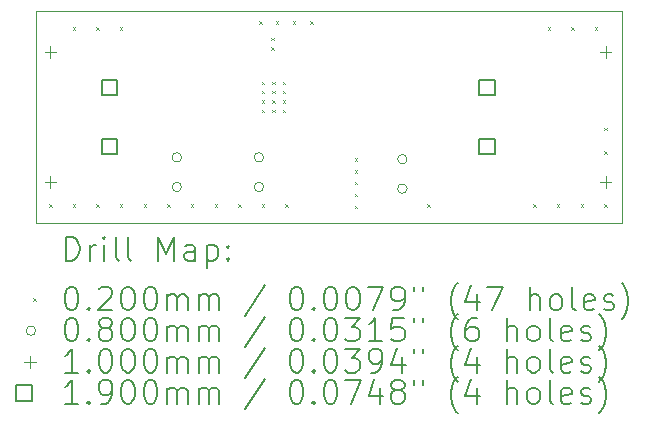
<source format=gbr>
%FSLAX45Y45*%
G04 Gerber Fmt 4.5, Leading zero omitted, Abs format (unit mm)*
G04 Created by KiCad (PCBNEW (5.99.0-10682-g4bb4606811)) date 2021-06-09 14:52:51*
%MOMM*%
%LPD*%
G01*
G04 APERTURE LIST*
%TA.AperFunction,Profile*%
%ADD10C,0.100000*%
%TD*%
%ADD11C,0.200000*%
%ADD12C,0.020000*%
%ADD13C,0.080000*%
%ADD14C,0.100000*%
%ADD15C,0.190000*%
G04 APERTURE END LIST*
D10*
X12830000Y-5900000D02*
X12830000Y-7700000D01*
X12830000Y-7700000D02*
X17790000Y-7700000D01*
X17790000Y-5900000D02*
X17790000Y-7700000D01*
X17790000Y-5900000D02*
X12830000Y-5900000D01*
D11*
D12*
X12940000Y-7540000D02*
X12960000Y-7560000D01*
X12960000Y-7540000D02*
X12940000Y-7560000D01*
X13140000Y-6040000D02*
X13160000Y-6060000D01*
X13160000Y-6040000D02*
X13140000Y-6060000D01*
X13140000Y-7540000D02*
X13160000Y-7560000D01*
X13160000Y-7540000D02*
X13140000Y-7560000D01*
X13340000Y-6040000D02*
X13360000Y-6060000D01*
X13360000Y-6040000D02*
X13340000Y-6060000D01*
X13340000Y-7540000D02*
X13360000Y-7560000D01*
X13360000Y-7540000D02*
X13340000Y-7560000D01*
X13540000Y-6040000D02*
X13560000Y-6060000D01*
X13560000Y-6040000D02*
X13540000Y-6060000D01*
X13540000Y-7540000D02*
X13560000Y-7560000D01*
X13560000Y-7540000D02*
X13540000Y-7560000D01*
X13740000Y-7540000D02*
X13760000Y-7560000D01*
X13760000Y-7540000D02*
X13740000Y-7560000D01*
X13940000Y-7540000D02*
X13960000Y-7560000D01*
X13960000Y-7540000D02*
X13940000Y-7560000D01*
X14140000Y-7540000D02*
X14160000Y-7560000D01*
X14160000Y-7540000D02*
X14140000Y-7560000D01*
X14340000Y-7540000D02*
X14360000Y-7560000D01*
X14360000Y-7540000D02*
X14340000Y-7560000D01*
X14540000Y-7540000D02*
X14560000Y-7560000D01*
X14560000Y-7540000D02*
X14540000Y-7560000D01*
X14720000Y-5990000D02*
X14740000Y-6010000D01*
X14740000Y-5990000D02*
X14720000Y-6010000D01*
X14740000Y-6500000D02*
X14760000Y-6520000D01*
X14760000Y-6500000D02*
X14740000Y-6520000D01*
X14740000Y-6580000D02*
X14760000Y-6600000D01*
X14760000Y-6580000D02*
X14740000Y-6600000D01*
X14740000Y-6660000D02*
X14760000Y-6680000D01*
X14760000Y-6660000D02*
X14740000Y-6680000D01*
X14740000Y-6740000D02*
X14760000Y-6760000D01*
X14760000Y-6740000D02*
X14740000Y-6760000D01*
X14740000Y-7540000D02*
X14760000Y-7560000D01*
X14760000Y-7540000D02*
X14740000Y-7560000D01*
X14820000Y-6130000D02*
X14840000Y-6150000D01*
X14840000Y-6130000D02*
X14820000Y-6150000D01*
X14820000Y-6210000D02*
X14840000Y-6230000D01*
X14840000Y-6210000D02*
X14820000Y-6230000D01*
X14830000Y-6500000D02*
X14850000Y-6520000D01*
X14850000Y-6500000D02*
X14830000Y-6520000D01*
X14830000Y-6580000D02*
X14850000Y-6600000D01*
X14850000Y-6580000D02*
X14830000Y-6600000D01*
X14830000Y-6660000D02*
X14850000Y-6680000D01*
X14850000Y-6660000D02*
X14830000Y-6680000D01*
X14830000Y-6740000D02*
X14850000Y-6760000D01*
X14850000Y-6740000D02*
X14830000Y-6760000D01*
X14860000Y-5990000D02*
X14880000Y-6010000D01*
X14880000Y-5990000D02*
X14860000Y-6010000D01*
X14920000Y-6500000D02*
X14940000Y-6520000D01*
X14940000Y-6500000D02*
X14920000Y-6520000D01*
X14920000Y-6580000D02*
X14940000Y-6600000D01*
X14940000Y-6580000D02*
X14920000Y-6600000D01*
X14920000Y-6660000D02*
X14940000Y-6680000D01*
X14940000Y-6660000D02*
X14920000Y-6680000D01*
X14920000Y-6740000D02*
X14940000Y-6760000D01*
X14940000Y-6740000D02*
X14920000Y-6760000D01*
X14940000Y-7540000D02*
X14960000Y-7560000D01*
X14960000Y-7540000D02*
X14940000Y-7560000D01*
X15000000Y-5990000D02*
X15020000Y-6010000D01*
X15020000Y-5990000D02*
X15000000Y-6010000D01*
X15150000Y-5990000D02*
X15170000Y-6010000D01*
X15170000Y-5990000D02*
X15150000Y-6010000D01*
X15530000Y-7150000D02*
X15550000Y-7170000D01*
X15550000Y-7150000D02*
X15530000Y-7170000D01*
X15530000Y-7250000D02*
X15550000Y-7270000D01*
X15550000Y-7250000D02*
X15530000Y-7270000D01*
X15530000Y-7350000D02*
X15550000Y-7370000D01*
X15550000Y-7350000D02*
X15530000Y-7370000D01*
X15530000Y-7450000D02*
X15550000Y-7470000D01*
X15550000Y-7450000D02*
X15530000Y-7470000D01*
X15530000Y-7550000D02*
X15550000Y-7570000D01*
X15550000Y-7550000D02*
X15530000Y-7570000D01*
X16140000Y-7540000D02*
X16160000Y-7560000D01*
X16160000Y-7540000D02*
X16140000Y-7560000D01*
X17040000Y-7540000D02*
X17060000Y-7560000D01*
X17060000Y-7540000D02*
X17040000Y-7560000D01*
X17160000Y-6040000D02*
X17180000Y-6060000D01*
X17180000Y-6040000D02*
X17160000Y-6060000D01*
X17240000Y-7540000D02*
X17260000Y-7560000D01*
X17260000Y-7540000D02*
X17240000Y-7560000D01*
X17360000Y-6040000D02*
X17380000Y-6060000D01*
X17380000Y-6040000D02*
X17360000Y-6060000D01*
X17440000Y-7540000D02*
X17460000Y-7560000D01*
X17460000Y-7540000D02*
X17440000Y-7560000D01*
X17560000Y-6040000D02*
X17580000Y-6060000D01*
X17580000Y-6040000D02*
X17560000Y-6060000D01*
X17640000Y-6890000D02*
X17660000Y-6910000D01*
X17660000Y-6890000D02*
X17640000Y-6910000D01*
X17640000Y-7090000D02*
X17660000Y-7110000D01*
X17660000Y-7090000D02*
X17640000Y-7110000D01*
X17640000Y-7540000D02*
X17660000Y-7560000D01*
X17660000Y-7540000D02*
X17640000Y-7560000D01*
D13*
X14060000Y-7141762D02*
G75*
G03*
X14060000Y-7141762I-40000J0D01*
G01*
X14060000Y-7391762D02*
G75*
G03*
X14060000Y-7391762I-40000J0D01*
G01*
X14755000Y-7141762D02*
G75*
G03*
X14755000Y-7141762I-40000J0D01*
G01*
X14755000Y-7391762D02*
G75*
G03*
X14755000Y-7391762I-40000J0D01*
G01*
X15970000Y-7156762D02*
G75*
G03*
X15970000Y-7156762I-40000J0D01*
G01*
X15970000Y-7406762D02*
G75*
G03*
X15970000Y-7406762I-40000J0D01*
G01*
D14*
X12950000Y-6200000D02*
X12950000Y-6300000D01*
X12900000Y-6250000D02*
X13000000Y-6250000D01*
X12950000Y-7300000D02*
X12950000Y-7400000D01*
X12900000Y-7350000D02*
X13000000Y-7350000D01*
X17650000Y-6200000D02*
X17650000Y-6300000D01*
X17600000Y-6250000D02*
X17700000Y-6250000D01*
X17650000Y-7300000D02*
X17650000Y-7400000D01*
X17600000Y-7350000D02*
X17700000Y-7350000D01*
D15*
X13517176Y-6617176D02*
X13517176Y-6482824D01*
X13382824Y-6482824D01*
X13382824Y-6617176D01*
X13517176Y-6617176D01*
X13517176Y-7117176D02*
X13517176Y-6982824D01*
X13382824Y-6982824D01*
X13382824Y-7117176D01*
X13517176Y-7117176D01*
X16717176Y-6617176D02*
X16717176Y-6482824D01*
X16582824Y-6482824D01*
X16582824Y-6617176D01*
X16717176Y-6617176D01*
X16717176Y-7117176D02*
X16717176Y-6982824D01*
X16582824Y-6982824D01*
X16582824Y-7117176D01*
X16717176Y-7117176D01*
D11*
X13082619Y-8015476D02*
X13082619Y-7815476D01*
X13130238Y-7815476D01*
X13158809Y-7825000D01*
X13177857Y-7844048D01*
X13187381Y-7863095D01*
X13196905Y-7901190D01*
X13196905Y-7929762D01*
X13187381Y-7967857D01*
X13177857Y-7986905D01*
X13158809Y-8005952D01*
X13130238Y-8015476D01*
X13082619Y-8015476D01*
X13282619Y-8015476D02*
X13282619Y-7882143D01*
X13282619Y-7920238D02*
X13292143Y-7901190D01*
X13301667Y-7891667D01*
X13320714Y-7882143D01*
X13339762Y-7882143D01*
X13406428Y-8015476D02*
X13406428Y-7882143D01*
X13406428Y-7815476D02*
X13396905Y-7825000D01*
X13406428Y-7834524D01*
X13415952Y-7825000D01*
X13406428Y-7815476D01*
X13406428Y-7834524D01*
X13530238Y-8015476D02*
X13511190Y-8005952D01*
X13501667Y-7986905D01*
X13501667Y-7815476D01*
X13635000Y-8015476D02*
X13615952Y-8005952D01*
X13606428Y-7986905D01*
X13606428Y-7815476D01*
X13863571Y-8015476D02*
X13863571Y-7815476D01*
X13930238Y-7958333D01*
X13996905Y-7815476D01*
X13996905Y-8015476D01*
X14177857Y-8015476D02*
X14177857Y-7910714D01*
X14168333Y-7891667D01*
X14149286Y-7882143D01*
X14111190Y-7882143D01*
X14092143Y-7891667D01*
X14177857Y-8005952D02*
X14158809Y-8015476D01*
X14111190Y-8015476D01*
X14092143Y-8005952D01*
X14082619Y-7986905D01*
X14082619Y-7967857D01*
X14092143Y-7948809D01*
X14111190Y-7939286D01*
X14158809Y-7939286D01*
X14177857Y-7929762D01*
X14273095Y-7882143D02*
X14273095Y-8082143D01*
X14273095Y-7891667D02*
X14292143Y-7882143D01*
X14330238Y-7882143D01*
X14349286Y-7891667D01*
X14358809Y-7901190D01*
X14368333Y-7920238D01*
X14368333Y-7977381D01*
X14358809Y-7996428D01*
X14349286Y-8005952D01*
X14330238Y-8015476D01*
X14292143Y-8015476D01*
X14273095Y-8005952D01*
X14454048Y-7996428D02*
X14463571Y-8005952D01*
X14454048Y-8015476D01*
X14444524Y-8005952D01*
X14454048Y-7996428D01*
X14454048Y-8015476D01*
X14454048Y-7891667D02*
X14463571Y-7901190D01*
X14454048Y-7910714D01*
X14444524Y-7901190D01*
X14454048Y-7891667D01*
X14454048Y-7910714D01*
D12*
X12805000Y-8335000D02*
X12825000Y-8355000D01*
X12825000Y-8335000D02*
X12805000Y-8355000D01*
D11*
X13120714Y-8235476D02*
X13139762Y-8235476D01*
X13158809Y-8245000D01*
X13168333Y-8254524D01*
X13177857Y-8273571D01*
X13187381Y-8311667D01*
X13187381Y-8359286D01*
X13177857Y-8397381D01*
X13168333Y-8416429D01*
X13158809Y-8425952D01*
X13139762Y-8435476D01*
X13120714Y-8435476D01*
X13101667Y-8425952D01*
X13092143Y-8416429D01*
X13082619Y-8397381D01*
X13073095Y-8359286D01*
X13073095Y-8311667D01*
X13082619Y-8273571D01*
X13092143Y-8254524D01*
X13101667Y-8245000D01*
X13120714Y-8235476D01*
X13273095Y-8416429D02*
X13282619Y-8425952D01*
X13273095Y-8435476D01*
X13263571Y-8425952D01*
X13273095Y-8416429D01*
X13273095Y-8435476D01*
X13358809Y-8254524D02*
X13368333Y-8245000D01*
X13387381Y-8235476D01*
X13435000Y-8235476D01*
X13454048Y-8245000D01*
X13463571Y-8254524D01*
X13473095Y-8273571D01*
X13473095Y-8292619D01*
X13463571Y-8321190D01*
X13349286Y-8435476D01*
X13473095Y-8435476D01*
X13596905Y-8235476D02*
X13615952Y-8235476D01*
X13635000Y-8245000D01*
X13644524Y-8254524D01*
X13654048Y-8273571D01*
X13663571Y-8311667D01*
X13663571Y-8359286D01*
X13654048Y-8397381D01*
X13644524Y-8416429D01*
X13635000Y-8425952D01*
X13615952Y-8435476D01*
X13596905Y-8435476D01*
X13577857Y-8425952D01*
X13568333Y-8416429D01*
X13558809Y-8397381D01*
X13549286Y-8359286D01*
X13549286Y-8311667D01*
X13558809Y-8273571D01*
X13568333Y-8254524D01*
X13577857Y-8245000D01*
X13596905Y-8235476D01*
X13787381Y-8235476D02*
X13806428Y-8235476D01*
X13825476Y-8245000D01*
X13835000Y-8254524D01*
X13844524Y-8273571D01*
X13854048Y-8311667D01*
X13854048Y-8359286D01*
X13844524Y-8397381D01*
X13835000Y-8416429D01*
X13825476Y-8425952D01*
X13806428Y-8435476D01*
X13787381Y-8435476D01*
X13768333Y-8425952D01*
X13758809Y-8416429D01*
X13749286Y-8397381D01*
X13739762Y-8359286D01*
X13739762Y-8311667D01*
X13749286Y-8273571D01*
X13758809Y-8254524D01*
X13768333Y-8245000D01*
X13787381Y-8235476D01*
X13939762Y-8435476D02*
X13939762Y-8302143D01*
X13939762Y-8321190D02*
X13949286Y-8311667D01*
X13968333Y-8302143D01*
X13996905Y-8302143D01*
X14015952Y-8311667D01*
X14025476Y-8330714D01*
X14025476Y-8435476D01*
X14025476Y-8330714D02*
X14035000Y-8311667D01*
X14054048Y-8302143D01*
X14082619Y-8302143D01*
X14101667Y-8311667D01*
X14111190Y-8330714D01*
X14111190Y-8435476D01*
X14206428Y-8435476D02*
X14206428Y-8302143D01*
X14206428Y-8321190D02*
X14215952Y-8311667D01*
X14235000Y-8302143D01*
X14263571Y-8302143D01*
X14282619Y-8311667D01*
X14292143Y-8330714D01*
X14292143Y-8435476D01*
X14292143Y-8330714D02*
X14301667Y-8311667D01*
X14320714Y-8302143D01*
X14349286Y-8302143D01*
X14368333Y-8311667D01*
X14377857Y-8330714D01*
X14377857Y-8435476D01*
X14768333Y-8225952D02*
X14596905Y-8483095D01*
X15025476Y-8235476D02*
X15044524Y-8235476D01*
X15063571Y-8245000D01*
X15073095Y-8254524D01*
X15082619Y-8273571D01*
X15092143Y-8311667D01*
X15092143Y-8359286D01*
X15082619Y-8397381D01*
X15073095Y-8416429D01*
X15063571Y-8425952D01*
X15044524Y-8435476D01*
X15025476Y-8435476D01*
X15006428Y-8425952D01*
X14996905Y-8416429D01*
X14987381Y-8397381D01*
X14977857Y-8359286D01*
X14977857Y-8311667D01*
X14987381Y-8273571D01*
X14996905Y-8254524D01*
X15006428Y-8245000D01*
X15025476Y-8235476D01*
X15177857Y-8416429D02*
X15187381Y-8425952D01*
X15177857Y-8435476D01*
X15168333Y-8425952D01*
X15177857Y-8416429D01*
X15177857Y-8435476D01*
X15311190Y-8235476D02*
X15330238Y-8235476D01*
X15349286Y-8245000D01*
X15358809Y-8254524D01*
X15368333Y-8273571D01*
X15377857Y-8311667D01*
X15377857Y-8359286D01*
X15368333Y-8397381D01*
X15358809Y-8416429D01*
X15349286Y-8425952D01*
X15330238Y-8435476D01*
X15311190Y-8435476D01*
X15292143Y-8425952D01*
X15282619Y-8416429D01*
X15273095Y-8397381D01*
X15263571Y-8359286D01*
X15263571Y-8311667D01*
X15273095Y-8273571D01*
X15282619Y-8254524D01*
X15292143Y-8245000D01*
X15311190Y-8235476D01*
X15501667Y-8235476D02*
X15520714Y-8235476D01*
X15539762Y-8245000D01*
X15549286Y-8254524D01*
X15558809Y-8273571D01*
X15568333Y-8311667D01*
X15568333Y-8359286D01*
X15558809Y-8397381D01*
X15549286Y-8416429D01*
X15539762Y-8425952D01*
X15520714Y-8435476D01*
X15501667Y-8435476D01*
X15482619Y-8425952D01*
X15473095Y-8416429D01*
X15463571Y-8397381D01*
X15454048Y-8359286D01*
X15454048Y-8311667D01*
X15463571Y-8273571D01*
X15473095Y-8254524D01*
X15482619Y-8245000D01*
X15501667Y-8235476D01*
X15635000Y-8235476D02*
X15768333Y-8235476D01*
X15682619Y-8435476D01*
X15854048Y-8435476D02*
X15892143Y-8435476D01*
X15911190Y-8425952D01*
X15920714Y-8416429D01*
X15939762Y-8387857D01*
X15949286Y-8349762D01*
X15949286Y-8273571D01*
X15939762Y-8254524D01*
X15930238Y-8245000D01*
X15911190Y-8235476D01*
X15873095Y-8235476D01*
X15854048Y-8245000D01*
X15844524Y-8254524D01*
X15835000Y-8273571D01*
X15835000Y-8321190D01*
X15844524Y-8340238D01*
X15854048Y-8349762D01*
X15873095Y-8359286D01*
X15911190Y-8359286D01*
X15930238Y-8349762D01*
X15939762Y-8340238D01*
X15949286Y-8321190D01*
X16025476Y-8235476D02*
X16025476Y-8273571D01*
X16101667Y-8235476D02*
X16101667Y-8273571D01*
X16396905Y-8511667D02*
X16387381Y-8502143D01*
X16368333Y-8473571D01*
X16358809Y-8454524D01*
X16349286Y-8425952D01*
X16339762Y-8378333D01*
X16339762Y-8340238D01*
X16349286Y-8292619D01*
X16358809Y-8264048D01*
X16368333Y-8245000D01*
X16387381Y-8216428D01*
X16396905Y-8206905D01*
X16558809Y-8302143D02*
X16558809Y-8435476D01*
X16511190Y-8225952D02*
X16463571Y-8368809D01*
X16587381Y-8368809D01*
X16644524Y-8235476D02*
X16777857Y-8235476D01*
X16692143Y-8435476D01*
X17006429Y-8435476D02*
X17006429Y-8235476D01*
X17092143Y-8435476D02*
X17092143Y-8330714D01*
X17082619Y-8311667D01*
X17063571Y-8302143D01*
X17035000Y-8302143D01*
X17015952Y-8311667D01*
X17006429Y-8321190D01*
X17215952Y-8435476D02*
X17196905Y-8425952D01*
X17187381Y-8416429D01*
X17177857Y-8397381D01*
X17177857Y-8340238D01*
X17187381Y-8321190D01*
X17196905Y-8311667D01*
X17215952Y-8302143D01*
X17244524Y-8302143D01*
X17263571Y-8311667D01*
X17273095Y-8321190D01*
X17282619Y-8340238D01*
X17282619Y-8397381D01*
X17273095Y-8416429D01*
X17263571Y-8425952D01*
X17244524Y-8435476D01*
X17215952Y-8435476D01*
X17396905Y-8435476D02*
X17377857Y-8425952D01*
X17368333Y-8406905D01*
X17368333Y-8235476D01*
X17549286Y-8425952D02*
X17530238Y-8435476D01*
X17492143Y-8435476D01*
X17473095Y-8425952D01*
X17463571Y-8406905D01*
X17463571Y-8330714D01*
X17473095Y-8311667D01*
X17492143Y-8302143D01*
X17530238Y-8302143D01*
X17549286Y-8311667D01*
X17558810Y-8330714D01*
X17558810Y-8349762D01*
X17463571Y-8368809D01*
X17635000Y-8425952D02*
X17654048Y-8435476D01*
X17692143Y-8435476D01*
X17711190Y-8425952D01*
X17720714Y-8406905D01*
X17720714Y-8397381D01*
X17711190Y-8378333D01*
X17692143Y-8368809D01*
X17663571Y-8368809D01*
X17644524Y-8359286D01*
X17635000Y-8340238D01*
X17635000Y-8330714D01*
X17644524Y-8311667D01*
X17663571Y-8302143D01*
X17692143Y-8302143D01*
X17711190Y-8311667D01*
X17787381Y-8511667D02*
X17796905Y-8502143D01*
X17815952Y-8473571D01*
X17825476Y-8454524D01*
X17835000Y-8425952D01*
X17844524Y-8378333D01*
X17844524Y-8340238D01*
X17835000Y-8292619D01*
X17825476Y-8264048D01*
X17815952Y-8245000D01*
X17796905Y-8216428D01*
X17787381Y-8206905D01*
D13*
X12825000Y-8609000D02*
G75*
G03*
X12825000Y-8609000I-40000J0D01*
G01*
D11*
X13120714Y-8499476D02*
X13139762Y-8499476D01*
X13158809Y-8509000D01*
X13168333Y-8518524D01*
X13177857Y-8537571D01*
X13187381Y-8575667D01*
X13187381Y-8623286D01*
X13177857Y-8661381D01*
X13168333Y-8680429D01*
X13158809Y-8689952D01*
X13139762Y-8699476D01*
X13120714Y-8699476D01*
X13101667Y-8689952D01*
X13092143Y-8680429D01*
X13082619Y-8661381D01*
X13073095Y-8623286D01*
X13073095Y-8575667D01*
X13082619Y-8537571D01*
X13092143Y-8518524D01*
X13101667Y-8509000D01*
X13120714Y-8499476D01*
X13273095Y-8680429D02*
X13282619Y-8689952D01*
X13273095Y-8699476D01*
X13263571Y-8689952D01*
X13273095Y-8680429D01*
X13273095Y-8699476D01*
X13396905Y-8585190D02*
X13377857Y-8575667D01*
X13368333Y-8566143D01*
X13358809Y-8547095D01*
X13358809Y-8537571D01*
X13368333Y-8518524D01*
X13377857Y-8509000D01*
X13396905Y-8499476D01*
X13435000Y-8499476D01*
X13454048Y-8509000D01*
X13463571Y-8518524D01*
X13473095Y-8537571D01*
X13473095Y-8547095D01*
X13463571Y-8566143D01*
X13454048Y-8575667D01*
X13435000Y-8585190D01*
X13396905Y-8585190D01*
X13377857Y-8594714D01*
X13368333Y-8604238D01*
X13358809Y-8623286D01*
X13358809Y-8661381D01*
X13368333Y-8680429D01*
X13377857Y-8689952D01*
X13396905Y-8699476D01*
X13435000Y-8699476D01*
X13454048Y-8689952D01*
X13463571Y-8680429D01*
X13473095Y-8661381D01*
X13473095Y-8623286D01*
X13463571Y-8604238D01*
X13454048Y-8594714D01*
X13435000Y-8585190D01*
X13596905Y-8499476D02*
X13615952Y-8499476D01*
X13635000Y-8509000D01*
X13644524Y-8518524D01*
X13654048Y-8537571D01*
X13663571Y-8575667D01*
X13663571Y-8623286D01*
X13654048Y-8661381D01*
X13644524Y-8680429D01*
X13635000Y-8689952D01*
X13615952Y-8699476D01*
X13596905Y-8699476D01*
X13577857Y-8689952D01*
X13568333Y-8680429D01*
X13558809Y-8661381D01*
X13549286Y-8623286D01*
X13549286Y-8575667D01*
X13558809Y-8537571D01*
X13568333Y-8518524D01*
X13577857Y-8509000D01*
X13596905Y-8499476D01*
X13787381Y-8499476D02*
X13806428Y-8499476D01*
X13825476Y-8509000D01*
X13835000Y-8518524D01*
X13844524Y-8537571D01*
X13854048Y-8575667D01*
X13854048Y-8623286D01*
X13844524Y-8661381D01*
X13835000Y-8680429D01*
X13825476Y-8689952D01*
X13806428Y-8699476D01*
X13787381Y-8699476D01*
X13768333Y-8689952D01*
X13758809Y-8680429D01*
X13749286Y-8661381D01*
X13739762Y-8623286D01*
X13739762Y-8575667D01*
X13749286Y-8537571D01*
X13758809Y-8518524D01*
X13768333Y-8509000D01*
X13787381Y-8499476D01*
X13939762Y-8699476D02*
X13939762Y-8566143D01*
X13939762Y-8585190D02*
X13949286Y-8575667D01*
X13968333Y-8566143D01*
X13996905Y-8566143D01*
X14015952Y-8575667D01*
X14025476Y-8594714D01*
X14025476Y-8699476D01*
X14025476Y-8594714D02*
X14035000Y-8575667D01*
X14054048Y-8566143D01*
X14082619Y-8566143D01*
X14101667Y-8575667D01*
X14111190Y-8594714D01*
X14111190Y-8699476D01*
X14206428Y-8699476D02*
X14206428Y-8566143D01*
X14206428Y-8585190D02*
X14215952Y-8575667D01*
X14235000Y-8566143D01*
X14263571Y-8566143D01*
X14282619Y-8575667D01*
X14292143Y-8594714D01*
X14292143Y-8699476D01*
X14292143Y-8594714D02*
X14301667Y-8575667D01*
X14320714Y-8566143D01*
X14349286Y-8566143D01*
X14368333Y-8575667D01*
X14377857Y-8594714D01*
X14377857Y-8699476D01*
X14768333Y-8489952D02*
X14596905Y-8747095D01*
X15025476Y-8499476D02*
X15044524Y-8499476D01*
X15063571Y-8509000D01*
X15073095Y-8518524D01*
X15082619Y-8537571D01*
X15092143Y-8575667D01*
X15092143Y-8623286D01*
X15082619Y-8661381D01*
X15073095Y-8680429D01*
X15063571Y-8689952D01*
X15044524Y-8699476D01*
X15025476Y-8699476D01*
X15006428Y-8689952D01*
X14996905Y-8680429D01*
X14987381Y-8661381D01*
X14977857Y-8623286D01*
X14977857Y-8575667D01*
X14987381Y-8537571D01*
X14996905Y-8518524D01*
X15006428Y-8509000D01*
X15025476Y-8499476D01*
X15177857Y-8680429D02*
X15187381Y-8689952D01*
X15177857Y-8699476D01*
X15168333Y-8689952D01*
X15177857Y-8680429D01*
X15177857Y-8699476D01*
X15311190Y-8499476D02*
X15330238Y-8499476D01*
X15349286Y-8509000D01*
X15358809Y-8518524D01*
X15368333Y-8537571D01*
X15377857Y-8575667D01*
X15377857Y-8623286D01*
X15368333Y-8661381D01*
X15358809Y-8680429D01*
X15349286Y-8689952D01*
X15330238Y-8699476D01*
X15311190Y-8699476D01*
X15292143Y-8689952D01*
X15282619Y-8680429D01*
X15273095Y-8661381D01*
X15263571Y-8623286D01*
X15263571Y-8575667D01*
X15273095Y-8537571D01*
X15282619Y-8518524D01*
X15292143Y-8509000D01*
X15311190Y-8499476D01*
X15444524Y-8499476D02*
X15568333Y-8499476D01*
X15501667Y-8575667D01*
X15530238Y-8575667D01*
X15549286Y-8585190D01*
X15558809Y-8594714D01*
X15568333Y-8613762D01*
X15568333Y-8661381D01*
X15558809Y-8680429D01*
X15549286Y-8689952D01*
X15530238Y-8699476D01*
X15473095Y-8699476D01*
X15454048Y-8689952D01*
X15444524Y-8680429D01*
X15758809Y-8699476D02*
X15644524Y-8699476D01*
X15701667Y-8699476D02*
X15701667Y-8499476D01*
X15682619Y-8528048D01*
X15663571Y-8547095D01*
X15644524Y-8556619D01*
X15939762Y-8499476D02*
X15844524Y-8499476D01*
X15835000Y-8594714D01*
X15844524Y-8585190D01*
X15863571Y-8575667D01*
X15911190Y-8575667D01*
X15930238Y-8585190D01*
X15939762Y-8594714D01*
X15949286Y-8613762D01*
X15949286Y-8661381D01*
X15939762Y-8680429D01*
X15930238Y-8689952D01*
X15911190Y-8699476D01*
X15863571Y-8699476D01*
X15844524Y-8689952D01*
X15835000Y-8680429D01*
X16025476Y-8499476D02*
X16025476Y-8537571D01*
X16101667Y-8499476D02*
X16101667Y-8537571D01*
X16396905Y-8775667D02*
X16387381Y-8766143D01*
X16368333Y-8737571D01*
X16358809Y-8718524D01*
X16349286Y-8689952D01*
X16339762Y-8642333D01*
X16339762Y-8604238D01*
X16349286Y-8556619D01*
X16358809Y-8528048D01*
X16368333Y-8509000D01*
X16387381Y-8480429D01*
X16396905Y-8470905D01*
X16558809Y-8499476D02*
X16520714Y-8499476D01*
X16501667Y-8509000D01*
X16492143Y-8518524D01*
X16473095Y-8547095D01*
X16463571Y-8585190D01*
X16463571Y-8661381D01*
X16473095Y-8680429D01*
X16482619Y-8689952D01*
X16501667Y-8699476D01*
X16539762Y-8699476D01*
X16558809Y-8689952D01*
X16568333Y-8680429D01*
X16577857Y-8661381D01*
X16577857Y-8613762D01*
X16568333Y-8594714D01*
X16558809Y-8585190D01*
X16539762Y-8575667D01*
X16501667Y-8575667D01*
X16482619Y-8585190D01*
X16473095Y-8594714D01*
X16463571Y-8613762D01*
X16815952Y-8699476D02*
X16815952Y-8499476D01*
X16901667Y-8699476D02*
X16901667Y-8594714D01*
X16892143Y-8575667D01*
X16873095Y-8566143D01*
X16844524Y-8566143D01*
X16825476Y-8575667D01*
X16815952Y-8585190D01*
X17025476Y-8699476D02*
X17006429Y-8689952D01*
X16996905Y-8680429D01*
X16987381Y-8661381D01*
X16987381Y-8604238D01*
X16996905Y-8585190D01*
X17006429Y-8575667D01*
X17025476Y-8566143D01*
X17054048Y-8566143D01*
X17073095Y-8575667D01*
X17082619Y-8585190D01*
X17092143Y-8604238D01*
X17092143Y-8661381D01*
X17082619Y-8680429D01*
X17073095Y-8689952D01*
X17054048Y-8699476D01*
X17025476Y-8699476D01*
X17206429Y-8699476D02*
X17187381Y-8689952D01*
X17177857Y-8670905D01*
X17177857Y-8499476D01*
X17358810Y-8689952D02*
X17339762Y-8699476D01*
X17301667Y-8699476D01*
X17282619Y-8689952D01*
X17273095Y-8670905D01*
X17273095Y-8594714D01*
X17282619Y-8575667D01*
X17301667Y-8566143D01*
X17339762Y-8566143D01*
X17358810Y-8575667D01*
X17368333Y-8594714D01*
X17368333Y-8613762D01*
X17273095Y-8632810D01*
X17444524Y-8689952D02*
X17463571Y-8699476D01*
X17501667Y-8699476D01*
X17520714Y-8689952D01*
X17530238Y-8670905D01*
X17530238Y-8661381D01*
X17520714Y-8642333D01*
X17501667Y-8632810D01*
X17473095Y-8632810D01*
X17454048Y-8623286D01*
X17444524Y-8604238D01*
X17444524Y-8594714D01*
X17454048Y-8575667D01*
X17473095Y-8566143D01*
X17501667Y-8566143D01*
X17520714Y-8575667D01*
X17596905Y-8775667D02*
X17606429Y-8766143D01*
X17625476Y-8737571D01*
X17635000Y-8718524D01*
X17644524Y-8689952D01*
X17654048Y-8642333D01*
X17654048Y-8604238D01*
X17644524Y-8556619D01*
X17635000Y-8528048D01*
X17625476Y-8509000D01*
X17606429Y-8480429D01*
X17596905Y-8470905D01*
D14*
X12775000Y-8823000D02*
X12775000Y-8923000D01*
X12725000Y-8873000D02*
X12825000Y-8873000D01*
D11*
X13187381Y-8963476D02*
X13073095Y-8963476D01*
X13130238Y-8963476D02*
X13130238Y-8763476D01*
X13111190Y-8792048D01*
X13092143Y-8811095D01*
X13073095Y-8820619D01*
X13273095Y-8944429D02*
X13282619Y-8953952D01*
X13273095Y-8963476D01*
X13263571Y-8953952D01*
X13273095Y-8944429D01*
X13273095Y-8963476D01*
X13406428Y-8763476D02*
X13425476Y-8763476D01*
X13444524Y-8773000D01*
X13454048Y-8782524D01*
X13463571Y-8801571D01*
X13473095Y-8839667D01*
X13473095Y-8887286D01*
X13463571Y-8925381D01*
X13454048Y-8944429D01*
X13444524Y-8953952D01*
X13425476Y-8963476D01*
X13406428Y-8963476D01*
X13387381Y-8953952D01*
X13377857Y-8944429D01*
X13368333Y-8925381D01*
X13358809Y-8887286D01*
X13358809Y-8839667D01*
X13368333Y-8801571D01*
X13377857Y-8782524D01*
X13387381Y-8773000D01*
X13406428Y-8763476D01*
X13596905Y-8763476D02*
X13615952Y-8763476D01*
X13635000Y-8773000D01*
X13644524Y-8782524D01*
X13654048Y-8801571D01*
X13663571Y-8839667D01*
X13663571Y-8887286D01*
X13654048Y-8925381D01*
X13644524Y-8944429D01*
X13635000Y-8953952D01*
X13615952Y-8963476D01*
X13596905Y-8963476D01*
X13577857Y-8953952D01*
X13568333Y-8944429D01*
X13558809Y-8925381D01*
X13549286Y-8887286D01*
X13549286Y-8839667D01*
X13558809Y-8801571D01*
X13568333Y-8782524D01*
X13577857Y-8773000D01*
X13596905Y-8763476D01*
X13787381Y-8763476D02*
X13806428Y-8763476D01*
X13825476Y-8773000D01*
X13835000Y-8782524D01*
X13844524Y-8801571D01*
X13854048Y-8839667D01*
X13854048Y-8887286D01*
X13844524Y-8925381D01*
X13835000Y-8944429D01*
X13825476Y-8953952D01*
X13806428Y-8963476D01*
X13787381Y-8963476D01*
X13768333Y-8953952D01*
X13758809Y-8944429D01*
X13749286Y-8925381D01*
X13739762Y-8887286D01*
X13739762Y-8839667D01*
X13749286Y-8801571D01*
X13758809Y-8782524D01*
X13768333Y-8773000D01*
X13787381Y-8763476D01*
X13939762Y-8963476D02*
X13939762Y-8830143D01*
X13939762Y-8849190D02*
X13949286Y-8839667D01*
X13968333Y-8830143D01*
X13996905Y-8830143D01*
X14015952Y-8839667D01*
X14025476Y-8858714D01*
X14025476Y-8963476D01*
X14025476Y-8858714D02*
X14035000Y-8839667D01*
X14054048Y-8830143D01*
X14082619Y-8830143D01*
X14101667Y-8839667D01*
X14111190Y-8858714D01*
X14111190Y-8963476D01*
X14206428Y-8963476D02*
X14206428Y-8830143D01*
X14206428Y-8849190D02*
X14215952Y-8839667D01*
X14235000Y-8830143D01*
X14263571Y-8830143D01*
X14282619Y-8839667D01*
X14292143Y-8858714D01*
X14292143Y-8963476D01*
X14292143Y-8858714D02*
X14301667Y-8839667D01*
X14320714Y-8830143D01*
X14349286Y-8830143D01*
X14368333Y-8839667D01*
X14377857Y-8858714D01*
X14377857Y-8963476D01*
X14768333Y-8753952D02*
X14596905Y-9011095D01*
X15025476Y-8763476D02*
X15044524Y-8763476D01*
X15063571Y-8773000D01*
X15073095Y-8782524D01*
X15082619Y-8801571D01*
X15092143Y-8839667D01*
X15092143Y-8887286D01*
X15082619Y-8925381D01*
X15073095Y-8944429D01*
X15063571Y-8953952D01*
X15044524Y-8963476D01*
X15025476Y-8963476D01*
X15006428Y-8953952D01*
X14996905Y-8944429D01*
X14987381Y-8925381D01*
X14977857Y-8887286D01*
X14977857Y-8839667D01*
X14987381Y-8801571D01*
X14996905Y-8782524D01*
X15006428Y-8773000D01*
X15025476Y-8763476D01*
X15177857Y-8944429D02*
X15187381Y-8953952D01*
X15177857Y-8963476D01*
X15168333Y-8953952D01*
X15177857Y-8944429D01*
X15177857Y-8963476D01*
X15311190Y-8763476D02*
X15330238Y-8763476D01*
X15349286Y-8773000D01*
X15358809Y-8782524D01*
X15368333Y-8801571D01*
X15377857Y-8839667D01*
X15377857Y-8887286D01*
X15368333Y-8925381D01*
X15358809Y-8944429D01*
X15349286Y-8953952D01*
X15330238Y-8963476D01*
X15311190Y-8963476D01*
X15292143Y-8953952D01*
X15282619Y-8944429D01*
X15273095Y-8925381D01*
X15263571Y-8887286D01*
X15263571Y-8839667D01*
X15273095Y-8801571D01*
X15282619Y-8782524D01*
X15292143Y-8773000D01*
X15311190Y-8763476D01*
X15444524Y-8763476D02*
X15568333Y-8763476D01*
X15501667Y-8839667D01*
X15530238Y-8839667D01*
X15549286Y-8849190D01*
X15558809Y-8858714D01*
X15568333Y-8877762D01*
X15568333Y-8925381D01*
X15558809Y-8944429D01*
X15549286Y-8953952D01*
X15530238Y-8963476D01*
X15473095Y-8963476D01*
X15454048Y-8953952D01*
X15444524Y-8944429D01*
X15663571Y-8963476D02*
X15701667Y-8963476D01*
X15720714Y-8953952D01*
X15730238Y-8944429D01*
X15749286Y-8915857D01*
X15758809Y-8877762D01*
X15758809Y-8801571D01*
X15749286Y-8782524D01*
X15739762Y-8773000D01*
X15720714Y-8763476D01*
X15682619Y-8763476D01*
X15663571Y-8773000D01*
X15654048Y-8782524D01*
X15644524Y-8801571D01*
X15644524Y-8849190D01*
X15654048Y-8868238D01*
X15663571Y-8877762D01*
X15682619Y-8887286D01*
X15720714Y-8887286D01*
X15739762Y-8877762D01*
X15749286Y-8868238D01*
X15758809Y-8849190D01*
X15930238Y-8830143D02*
X15930238Y-8963476D01*
X15882619Y-8753952D02*
X15835000Y-8896810D01*
X15958809Y-8896810D01*
X16025476Y-8763476D02*
X16025476Y-8801571D01*
X16101667Y-8763476D02*
X16101667Y-8801571D01*
X16396905Y-9039667D02*
X16387381Y-9030143D01*
X16368333Y-9001571D01*
X16358809Y-8982524D01*
X16349286Y-8953952D01*
X16339762Y-8906333D01*
X16339762Y-8868238D01*
X16349286Y-8820619D01*
X16358809Y-8792048D01*
X16368333Y-8773000D01*
X16387381Y-8744429D01*
X16396905Y-8734905D01*
X16558809Y-8830143D02*
X16558809Y-8963476D01*
X16511190Y-8753952D02*
X16463571Y-8896810D01*
X16587381Y-8896810D01*
X16815952Y-8963476D02*
X16815952Y-8763476D01*
X16901667Y-8963476D02*
X16901667Y-8858714D01*
X16892143Y-8839667D01*
X16873095Y-8830143D01*
X16844524Y-8830143D01*
X16825476Y-8839667D01*
X16815952Y-8849190D01*
X17025476Y-8963476D02*
X17006429Y-8953952D01*
X16996905Y-8944429D01*
X16987381Y-8925381D01*
X16987381Y-8868238D01*
X16996905Y-8849190D01*
X17006429Y-8839667D01*
X17025476Y-8830143D01*
X17054048Y-8830143D01*
X17073095Y-8839667D01*
X17082619Y-8849190D01*
X17092143Y-8868238D01*
X17092143Y-8925381D01*
X17082619Y-8944429D01*
X17073095Y-8953952D01*
X17054048Y-8963476D01*
X17025476Y-8963476D01*
X17206429Y-8963476D02*
X17187381Y-8953952D01*
X17177857Y-8934905D01*
X17177857Y-8763476D01*
X17358810Y-8953952D02*
X17339762Y-8963476D01*
X17301667Y-8963476D01*
X17282619Y-8953952D01*
X17273095Y-8934905D01*
X17273095Y-8858714D01*
X17282619Y-8839667D01*
X17301667Y-8830143D01*
X17339762Y-8830143D01*
X17358810Y-8839667D01*
X17368333Y-8858714D01*
X17368333Y-8877762D01*
X17273095Y-8896810D01*
X17444524Y-8953952D02*
X17463571Y-8963476D01*
X17501667Y-8963476D01*
X17520714Y-8953952D01*
X17530238Y-8934905D01*
X17530238Y-8925381D01*
X17520714Y-8906333D01*
X17501667Y-8896810D01*
X17473095Y-8896810D01*
X17454048Y-8887286D01*
X17444524Y-8868238D01*
X17444524Y-8858714D01*
X17454048Y-8839667D01*
X17473095Y-8830143D01*
X17501667Y-8830143D01*
X17520714Y-8839667D01*
X17596905Y-9039667D02*
X17606429Y-9030143D01*
X17625476Y-9001571D01*
X17635000Y-8982524D01*
X17644524Y-8953952D01*
X17654048Y-8906333D01*
X17654048Y-8868238D01*
X17644524Y-8820619D01*
X17635000Y-8792048D01*
X17625476Y-8773000D01*
X17606429Y-8744429D01*
X17596905Y-8734905D01*
D15*
X12797176Y-9204176D02*
X12797176Y-9069824D01*
X12662824Y-9069824D01*
X12662824Y-9204176D01*
X12797176Y-9204176D01*
D11*
X13187381Y-9227476D02*
X13073095Y-9227476D01*
X13130238Y-9227476D02*
X13130238Y-9027476D01*
X13111190Y-9056048D01*
X13092143Y-9075095D01*
X13073095Y-9084619D01*
X13273095Y-9208429D02*
X13282619Y-9217952D01*
X13273095Y-9227476D01*
X13263571Y-9217952D01*
X13273095Y-9208429D01*
X13273095Y-9227476D01*
X13377857Y-9227476D02*
X13415952Y-9227476D01*
X13435000Y-9217952D01*
X13444524Y-9208429D01*
X13463571Y-9179857D01*
X13473095Y-9141762D01*
X13473095Y-9065571D01*
X13463571Y-9046524D01*
X13454048Y-9037000D01*
X13435000Y-9027476D01*
X13396905Y-9027476D01*
X13377857Y-9037000D01*
X13368333Y-9046524D01*
X13358809Y-9065571D01*
X13358809Y-9113190D01*
X13368333Y-9132238D01*
X13377857Y-9141762D01*
X13396905Y-9151286D01*
X13435000Y-9151286D01*
X13454048Y-9141762D01*
X13463571Y-9132238D01*
X13473095Y-9113190D01*
X13596905Y-9027476D02*
X13615952Y-9027476D01*
X13635000Y-9037000D01*
X13644524Y-9046524D01*
X13654048Y-9065571D01*
X13663571Y-9103667D01*
X13663571Y-9151286D01*
X13654048Y-9189381D01*
X13644524Y-9208429D01*
X13635000Y-9217952D01*
X13615952Y-9227476D01*
X13596905Y-9227476D01*
X13577857Y-9217952D01*
X13568333Y-9208429D01*
X13558809Y-9189381D01*
X13549286Y-9151286D01*
X13549286Y-9103667D01*
X13558809Y-9065571D01*
X13568333Y-9046524D01*
X13577857Y-9037000D01*
X13596905Y-9027476D01*
X13787381Y-9027476D02*
X13806428Y-9027476D01*
X13825476Y-9037000D01*
X13835000Y-9046524D01*
X13844524Y-9065571D01*
X13854048Y-9103667D01*
X13854048Y-9151286D01*
X13844524Y-9189381D01*
X13835000Y-9208429D01*
X13825476Y-9217952D01*
X13806428Y-9227476D01*
X13787381Y-9227476D01*
X13768333Y-9217952D01*
X13758809Y-9208429D01*
X13749286Y-9189381D01*
X13739762Y-9151286D01*
X13739762Y-9103667D01*
X13749286Y-9065571D01*
X13758809Y-9046524D01*
X13768333Y-9037000D01*
X13787381Y-9027476D01*
X13939762Y-9227476D02*
X13939762Y-9094143D01*
X13939762Y-9113190D02*
X13949286Y-9103667D01*
X13968333Y-9094143D01*
X13996905Y-9094143D01*
X14015952Y-9103667D01*
X14025476Y-9122714D01*
X14025476Y-9227476D01*
X14025476Y-9122714D02*
X14035000Y-9103667D01*
X14054048Y-9094143D01*
X14082619Y-9094143D01*
X14101667Y-9103667D01*
X14111190Y-9122714D01*
X14111190Y-9227476D01*
X14206428Y-9227476D02*
X14206428Y-9094143D01*
X14206428Y-9113190D02*
X14215952Y-9103667D01*
X14235000Y-9094143D01*
X14263571Y-9094143D01*
X14282619Y-9103667D01*
X14292143Y-9122714D01*
X14292143Y-9227476D01*
X14292143Y-9122714D02*
X14301667Y-9103667D01*
X14320714Y-9094143D01*
X14349286Y-9094143D01*
X14368333Y-9103667D01*
X14377857Y-9122714D01*
X14377857Y-9227476D01*
X14768333Y-9017952D02*
X14596905Y-9275095D01*
X15025476Y-9027476D02*
X15044524Y-9027476D01*
X15063571Y-9037000D01*
X15073095Y-9046524D01*
X15082619Y-9065571D01*
X15092143Y-9103667D01*
X15092143Y-9151286D01*
X15082619Y-9189381D01*
X15073095Y-9208429D01*
X15063571Y-9217952D01*
X15044524Y-9227476D01*
X15025476Y-9227476D01*
X15006428Y-9217952D01*
X14996905Y-9208429D01*
X14987381Y-9189381D01*
X14977857Y-9151286D01*
X14977857Y-9103667D01*
X14987381Y-9065571D01*
X14996905Y-9046524D01*
X15006428Y-9037000D01*
X15025476Y-9027476D01*
X15177857Y-9208429D02*
X15187381Y-9217952D01*
X15177857Y-9227476D01*
X15168333Y-9217952D01*
X15177857Y-9208429D01*
X15177857Y-9227476D01*
X15311190Y-9027476D02*
X15330238Y-9027476D01*
X15349286Y-9037000D01*
X15358809Y-9046524D01*
X15368333Y-9065571D01*
X15377857Y-9103667D01*
X15377857Y-9151286D01*
X15368333Y-9189381D01*
X15358809Y-9208429D01*
X15349286Y-9217952D01*
X15330238Y-9227476D01*
X15311190Y-9227476D01*
X15292143Y-9217952D01*
X15282619Y-9208429D01*
X15273095Y-9189381D01*
X15263571Y-9151286D01*
X15263571Y-9103667D01*
X15273095Y-9065571D01*
X15282619Y-9046524D01*
X15292143Y-9037000D01*
X15311190Y-9027476D01*
X15444524Y-9027476D02*
X15577857Y-9027476D01*
X15492143Y-9227476D01*
X15739762Y-9094143D02*
X15739762Y-9227476D01*
X15692143Y-9017952D02*
X15644524Y-9160810D01*
X15768333Y-9160810D01*
X15873095Y-9113190D02*
X15854048Y-9103667D01*
X15844524Y-9094143D01*
X15835000Y-9075095D01*
X15835000Y-9065571D01*
X15844524Y-9046524D01*
X15854048Y-9037000D01*
X15873095Y-9027476D01*
X15911190Y-9027476D01*
X15930238Y-9037000D01*
X15939762Y-9046524D01*
X15949286Y-9065571D01*
X15949286Y-9075095D01*
X15939762Y-9094143D01*
X15930238Y-9103667D01*
X15911190Y-9113190D01*
X15873095Y-9113190D01*
X15854048Y-9122714D01*
X15844524Y-9132238D01*
X15835000Y-9151286D01*
X15835000Y-9189381D01*
X15844524Y-9208429D01*
X15854048Y-9217952D01*
X15873095Y-9227476D01*
X15911190Y-9227476D01*
X15930238Y-9217952D01*
X15939762Y-9208429D01*
X15949286Y-9189381D01*
X15949286Y-9151286D01*
X15939762Y-9132238D01*
X15930238Y-9122714D01*
X15911190Y-9113190D01*
X16025476Y-9027476D02*
X16025476Y-9065571D01*
X16101667Y-9027476D02*
X16101667Y-9065571D01*
X16396905Y-9303667D02*
X16387381Y-9294143D01*
X16368333Y-9265571D01*
X16358809Y-9246524D01*
X16349286Y-9217952D01*
X16339762Y-9170333D01*
X16339762Y-9132238D01*
X16349286Y-9084619D01*
X16358809Y-9056048D01*
X16368333Y-9037000D01*
X16387381Y-9008429D01*
X16396905Y-8998905D01*
X16558809Y-9094143D02*
X16558809Y-9227476D01*
X16511190Y-9017952D02*
X16463571Y-9160810D01*
X16587381Y-9160810D01*
X16815952Y-9227476D02*
X16815952Y-9027476D01*
X16901667Y-9227476D02*
X16901667Y-9122714D01*
X16892143Y-9103667D01*
X16873095Y-9094143D01*
X16844524Y-9094143D01*
X16825476Y-9103667D01*
X16815952Y-9113190D01*
X17025476Y-9227476D02*
X17006429Y-9217952D01*
X16996905Y-9208429D01*
X16987381Y-9189381D01*
X16987381Y-9132238D01*
X16996905Y-9113190D01*
X17006429Y-9103667D01*
X17025476Y-9094143D01*
X17054048Y-9094143D01*
X17073095Y-9103667D01*
X17082619Y-9113190D01*
X17092143Y-9132238D01*
X17092143Y-9189381D01*
X17082619Y-9208429D01*
X17073095Y-9217952D01*
X17054048Y-9227476D01*
X17025476Y-9227476D01*
X17206429Y-9227476D02*
X17187381Y-9217952D01*
X17177857Y-9198905D01*
X17177857Y-9027476D01*
X17358810Y-9217952D02*
X17339762Y-9227476D01*
X17301667Y-9227476D01*
X17282619Y-9217952D01*
X17273095Y-9198905D01*
X17273095Y-9122714D01*
X17282619Y-9103667D01*
X17301667Y-9094143D01*
X17339762Y-9094143D01*
X17358810Y-9103667D01*
X17368333Y-9122714D01*
X17368333Y-9141762D01*
X17273095Y-9160810D01*
X17444524Y-9217952D02*
X17463571Y-9227476D01*
X17501667Y-9227476D01*
X17520714Y-9217952D01*
X17530238Y-9198905D01*
X17530238Y-9189381D01*
X17520714Y-9170333D01*
X17501667Y-9160810D01*
X17473095Y-9160810D01*
X17454048Y-9151286D01*
X17444524Y-9132238D01*
X17444524Y-9122714D01*
X17454048Y-9103667D01*
X17473095Y-9094143D01*
X17501667Y-9094143D01*
X17520714Y-9103667D01*
X17596905Y-9303667D02*
X17606429Y-9294143D01*
X17625476Y-9265571D01*
X17635000Y-9246524D01*
X17644524Y-9217952D01*
X17654048Y-9170333D01*
X17654048Y-9132238D01*
X17644524Y-9084619D01*
X17635000Y-9056048D01*
X17625476Y-9037000D01*
X17606429Y-9008429D01*
X17596905Y-8998905D01*
M02*

</source>
